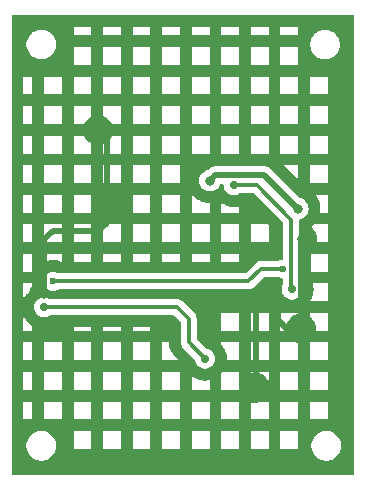
<source format=gbr>
%TF.GenerationSoftware,KiCad,Pcbnew,8.0.5-8.0.5-0~ubuntu20.04.1*%
%TF.CreationDate,2024-10-09T19:15:31-03:00*%
%TF.ProjectId,MicroSD,4d696372-6f53-4442-9e6b-696361645f70,Luis G_mez*%
%TF.SameCoordinates,Original*%
%TF.FileFunction,Copper,L2,Bot*%
%TF.FilePolarity,Positive*%
%FSLAX46Y46*%
G04 Gerber Fmt 4.6, Leading zero omitted, Abs format (unit mm)*
G04 Created by KiCad (PCBNEW 8.0.5-8.0.5-0~ubuntu20.04.1) date 2024-10-09 19:15:31*
%MOMM*%
%LPD*%
G01*
G04 APERTURE LIST*
%TA.AperFunction,ViaPad*%
%ADD10C,0.800000*%
%TD*%
%TA.AperFunction,ViaPad*%
%ADD11C,0.700000*%
%TD*%
%TA.AperFunction,ViaPad*%
%ADD12C,0.600000*%
%TD*%
%TA.AperFunction,Conductor*%
%ADD13C,0.500000*%
%TD*%
%TA.AperFunction,Conductor*%
%ADD14C,0.350000*%
%TD*%
G04 APERTURE END LIST*
D10*
%TO.N,GND*%
X121100000Y-132070000D03*
X125010000Y-127080000D03*
X121155000Y-124470000D03*
X125090000Y-119460000D03*
X108530000Y-116820000D03*
X103280000Y-124170000D03*
X107800000Y-110260000D03*
D11*
%TO.N,Net-(J1-CLK)*%
X116880000Y-129620000D03*
X103234999Y-125270000D03*
D12*
%TO.N,Net-(J1-DAT0)*%
X104030000Y-123070000D03*
X123505000Y-122020000D03*
D11*
%TO.N,Net-(R4-Pad1)*%
X119300000Y-114910000D03*
X124210000Y-123760000D03*
D10*
%TO.N,VDD*%
X117280000Y-114540000D03*
X124728008Y-116918008D03*
%TD*%
D13*
%TO.N,GND*%
X125010000Y-127080000D02*
X123790000Y-127080000D01*
X125010000Y-127080000D02*
X125030000Y-127060000D01*
X125030000Y-127060000D02*
X125030000Y-119520000D01*
X125030000Y-119520000D02*
X125090000Y-119460000D01*
X123790000Y-127080000D02*
X123080000Y-126370000D01*
X123080000Y-126370000D02*
X123080000Y-125150000D01*
X123080000Y-125150000D02*
X122400000Y-124470000D01*
X122400000Y-124470000D02*
X121155000Y-124470000D01*
%TO.N,VDD*%
X117280000Y-114540000D02*
X117740000Y-114080000D01*
X117740000Y-114080000D02*
X121890000Y-114080000D01*
X121890000Y-114080000D02*
X124728008Y-116918008D01*
D14*
%TO.N,Net-(R4-Pad1)*%
X124210000Y-123760000D02*
X124180000Y-123730000D01*
X124180000Y-117840000D02*
X121250000Y-114910000D01*
X124180000Y-123730000D02*
X124180000Y-117840000D01*
X121250000Y-114910000D02*
X119300000Y-114910000D01*
%TO.N,Net-(J1-CLK)*%
X103234999Y-125270000D02*
X114530000Y-125270000D01*
X114530000Y-125270000D02*
X115480000Y-126220000D01*
X115480000Y-126220000D02*
X115480000Y-128220000D01*
X115480000Y-128220000D02*
X116880000Y-129620000D01*
D13*
%TO.N,GND*%
X103960000Y-118790000D02*
X103280000Y-119470000D01*
X108530000Y-116820000D02*
X108530000Y-118110000D01*
X108530000Y-111070000D02*
X107800000Y-110340000D01*
X108530000Y-118110000D02*
X107850000Y-118790000D01*
X108530000Y-116820000D02*
X108530000Y-111070000D01*
X107850000Y-118790000D02*
X103960000Y-118790000D01*
X103280000Y-119470000D02*
X103280000Y-124170000D01*
X107800000Y-110340000D02*
X107800000Y-110260000D01*
D14*
%TO.N,Net-(J1-DAT0)*%
X123505000Y-122020000D02*
X121600000Y-122020000D01*
X121600000Y-122020000D02*
X120550000Y-123070000D01*
X120550000Y-123070000D02*
X104030000Y-123070000D01*
D13*
%TO.N,GND*%
X121100000Y-132070000D02*
X121155000Y-132015000D01*
X121155000Y-132015000D02*
X121155000Y-124470000D01*
X121155000Y-124470000D02*
X120855000Y-124170000D01*
X120855000Y-124170000D02*
X103280000Y-124170000D01*
%TD*%
%TA.AperFunction,Conductor*%
%TO.N,GND*%
G36*
X129442539Y-100520185D02*
G01*
X129488294Y-100572989D01*
X129499500Y-100624500D01*
X129499500Y-139375500D01*
X129479815Y-139442539D01*
X129427011Y-139488294D01*
X129375500Y-139499500D01*
X100624500Y-139499500D01*
X100557461Y-139479815D01*
X100511706Y-139427011D01*
X100500500Y-139375500D01*
X100500500Y-136901577D01*
X101749500Y-136901577D01*
X101749500Y-137098422D01*
X101780290Y-137292826D01*
X101841117Y-137480029D01*
X101930476Y-137655405D01*
X102046172Y-137814646D01*
X102185354Y-137953828D01*
X102344595Y-138069524D01*
X102427455Y-138111743D01*
X102519970Y-138158882D01*
X102519972Y-138158882D01*
X102519975Y-138158884D01*
X102620317Y-138191487D01*
X102707173Y-138219709D01*
X102901578Y-138250500D01*
X102901583Y-138250500D01*
X103098422Y-138250500D01*
X103292826Y-138219709D01*
X103480025Y-138158884D01*
X103655405Y-138069524D01*
X103814646Y-137953828D01*
X103953828Y-137814646D01*
X104069524Y-137655405D01*
X104158884Y-137480025D01*
X104219709Y-137292826D01*
X104226413Y-137250500D01*
X105748500Y-137250500D01*
X107250500Y-137250500D01*
X108248500Y-137250500D01*
X109750500Y-137250500D01*
X110748500Y-137250500D01*
X112250500Y-137250500D01*
X113248500Y-137250500D01*
X114750500Y-137250500D01*
X115748500Y-137250500D01*
X117250500Y-137250500D01*
X118248500Y-137250500D01*
X119750500Y-137250500D01*
X120748500Y-137250500D01*
X122250500Y-137250500D01*
X123248500Y-137250500D01*
X124750500Y-137250500D01*
X124750500Y-136901577D01*
X125879500Y-136901577D01*
X125879500Y-137098422D01*
X125910290Y-137292826D01*
X125971117Y-137480029D01*
X126060476Y-137655405D01*
X126176172Y-137814646D01*
X126315354Y-137953828D01*
X126474595Y-138069524D01*
X126557455Y-138111743D01*
X126649970Y-138158882D01*
X126649972Y-138158882D01*
X126649975Y-138158884D01*
X126750317Y-138191487D01*
X126837173Y-138219709D01*
X127031578Y-138250500D01*
X127031583Y-138250500D01*
X127228422Y-138250500D01*
X127422826Y-138219709D01*
X127610025Y-138158884D01*
X127785405Y-138069524D01*
X127944646Y-137953828D01*
X128083828Y-137814646D01*
X128199524Y-137655405D01*
X128288884Y-137480025D01*
X128349709Y-137292826D01*
X128356413Y-137250500D01*
X128380500Y-137098422D01*
X128380500Y-136901577D01*
X128349709Y-136707173D01*
X128288882Y-136519970D01*
X128199523Y-136344594D01*
X128083828Y-136185354D01*
X127944646Y-136046172D01*
X127785405Y-135930476D01*
X127610029Y-135841117D01*
X127422826Y-135780290D01*
X127228422Y-135749500D01*
X127228417Y-135749500D01*
X127031583Y-135749500D01*
X127031578Y-135749500D01*
X126837173Y-135780290D01*
X126649970Y-135841117D01*
X126474594Y-135930476D01*
X126383741Y-135996485D01*
X126315354Y-136046172D01*
X126315352Y-136046174D01*
X126315351Y-136046174D01*
X126176174Y-136185351D01*
X126176174Y-136185352D01*
X126176172Y-136185354D01*
X126126485Y-136253741D01*
X126060476Y-136344594D01*
X125971117Y-136519970D01*
X125910290Y-136707173D01*
X125879500Y-136901577D01*
X124750500Y-136901577D01*
X124750500Y-135748500D01*
X123248500Y-135748500D01*
X123248500Y-137250500D01*
X122250500Y-137250500D01*
X122250500Y-135748500D01*
X120748500Y-135748500D01*
X120748500Y-137250500D01*
X119750500Y-137250500D01*
X119750500Y-135748500D01*
X118248500Y-135748500D01*
X118248500Y-137250500D01*
X117250500Y-137250500D01*
X117250500Y-135748500D01*
X115748500Y-135748500D01*
X115748500Y-137250500D01*
X114750500Y-137250500D01*
X114750500Y-135748500D01*
X113248500Y-135748500D01*
X113248500Y-137250500D01*
X112250500Y-137250500D01*
X112250500Y-135748500D01*
X110748500Y-135748500D01*
X110748500Y-137250500D01*
X109750500Y-137250500D01*
X109750500Y-135748500D01*
X108248500Y-135748500D01*
X108248500Y-137250500D01*
X107250500Y-137250500D01*
X107250500Y-135748500D01*
X105748500Y-135748500D01*
X105748500Y-137250500D01*
X104226413Y-137250500D01*
X104250500Y-137098422D01*
X104250500Y-136901577D01*
X104219709Y-136707173D01*
X104158882Y-136519970D01*
X104069523Y-136344594D01*
X103953828Y-136185354D01*
X103814646Y-136046172D01*
X103655405Y-135930476D01*
X103480029Y-135841117D01*
X103292826Y-135780290D01*
X103098422Y-135749500D01*
X103098417Y-135749500D01*
X102901583Y-135749500D01*
X102901578Y-135749500D01*
X102707173Y-135780290D01*
X102519970Y-135841117D01*
X102344594Y-135930476D01*
X102253741Y-135996485D01*
X102185354Y-136046172D01*
X102185352Y-136046174D01*
X102185351Y-136046174D01*
X102046174Y-136185351D01*
X102046174Y-136185352D01*
X102046172Y-136185354D01*
X101996485Y-136253741D01*
X101930476Y-136344594D01*
X101841117Y-136519970D01*
X101780290Y-136707173D01*
X101749500Y-136901577D01*
X100500500Y-136901577D01*
X100500500Y-134750500D01*
X101498500Y-134750500D01*
X102250500Y-134750500D01*
X103248500Y-134750500D01*
X104750500Y-134750500D01*
X105748500Y-134750500D01*
X107250500Y-134750500D01*
X108248500Y-134750500D01*
X109750500Y-134750500D01*
X110748500Y-134750500D01*
X112250500Y-134750500D01*
X113248500Y-134750500D01*
X114750500Y-134750500D01*
X115748500Y-134750500D01*
X117250500Y-134750500D01*
X118248500Y-134750500D01*
X119750500Y-134750500D01*
X119750500Y-133299126D01*
X120748500Y-133299126D01*
X120748500Y-134750500D01*
X122250500Y-134750500D01*
X123248500Y-134750500D01*
X124750500Y-134750500D01*
X125748500Y-134750500D01*
X127250500Y-134750500D01*
X127250500Y-133248500D01*
X125748500Y-133248500D01*
X125748500Y-134750500D01*
X124750500Y-134750500D01*
X124750500Y-133248500D01*
X123248500Y-133248500D01*
X123248500Y-134750500D01*
X122250500Y-134750500D01*
X122250500Y-133248500D01*
X121584667Y-133248500D01*
X121460855Y-133296465D01*
X121438846Y-133302727D01*
X121229348Y-133341889D01*
X121206563Y-133344000D01*
X120993437Y-133344000D01*
X120970652Y-133341889D01*
X120761154Y-133302727D01*
X120748500Y-133299126D01*
X119750500Y-133299126D01*
X119750500Y-133248500D01*
X118248500Y-133248500D01*
X118248500Y-134750500D01*
X117250500Y-134750500D01*
X117250500Y-133248500D01*
X115748500Y-133248500D01*
X115748500Y-134750500D01*
X114750500Y-134750500D01*
X114750500Y-133248500D01*
X113248500Y-133248500D01*
X113248500Y-134750500D01*
X112250500Y-134750500D01*
X112250500Y-133248500D01*
X110748500Y-133248500D01*
X110748500Y-134750500D01*
X109750500Y-134750500D01*
X109750500Y-133248500D01*
X108248500Y-133248500D01*
X108248500Y-134750500D01*
X107250500Y-134750500D01*
X107250500Y-133248500D01*
X105748500Y-133248500D01*
X105748500Y-134750500D01*
X104750500Y-134750500D01*
X104750500Y-133248500D01*
X103248500Y-133248500D01*
X103248500Y-134750500D01*
X102250500Y-134750500D01*
X102250500Y-133248500D01*
X101498500Y-133248500D01*
X101498500Y-134750500D01*
X100500500Y-134750500D01*
X100500500Y-132250500D01*
X101498500Y-132250500D01*
X102250500Y-132250500D01*
X103248500Y-132250500D01*
X104750500Y-132250500D01*
X105748500Y-132250500D01*
X107250500Y-132250500D01*
X108248500Y-132250500D01*
X109750500Y-132250500D01*
X110748500Y-132250500D01*
X112250500Y-132250500D01*
X113248500Y-132250500D01*
X114750500Y-132250500D01*
X115748500Y-132250500D01*
X117250500Y-132250500D01*
X117250500Y-131431044D01*
X117151326Y-131452124D01*
X117144942Y-131453307D01*
X117106162Y-131459449D01*
X117099733Y-131460296D01*
X117047745Y-131465763D01*
X117041268Y-131466273D01*
X117002028Y-131468330D01*
X116995537Y-131468500D01*
X116764463Y-131468500D01*
X116757972Y-131468330D01*
X116718732Y-131466273D01*
X116712255Y-131465763D01*
X116660267Y-131460296D01*
X116653838Y-131459449D01*
X116615058Y-131453307D01*
X116608674Y-131452124D01*
X116382671Y-131404086D01*
X116376359Y-131402571D01*
X116338418Y-131392405D01*
X116332193Y-131390561D01*
X116282476Y-131374407D01*
X116276354Y-131372239D01*
X116239684Y-131358162D01*
X116233688Y-131355679D01*
X116022613Y-131261702D01*
X116016757Y-131258908D01*
X115981773Y-131241084D01*
X115976070Y-131237988D01*
X115930796Y-131211852D01*
X115925258Y-131208458D01*
X115892299Y-131187055D01*
X115886946Y-131183377D01*
X115748500Y-131082788D01*
X115748500Y-132250500D01*
X114750500Y-132250500D01*
X114750500Y-130862667D01*
X118248500Y-130862667D01*
X118248500Y-132250500D01*
X119750500Y-132250500D01*
X123248500Y-132250500D01*
X124750500Y-132250500D01*
X125748500Y-132250500D01*
X127250500Y-132250500D01*
X127250500Y-130748500D01*
X125748500Y-130748500D01*
X125748500Y-132250500D01*
X124750500Y-132250500D01*
X124750500Y-130748500D01*
X123248500Y-130748500D01*
X123248500Y-132250500D01*
X119750500Y-132250500D01*
X119750500Y-130840873D01*
X120748500Y-130840873D01*
X120761154Y-130837273D01*
X120970652Y-130798111D01*
X120993437Y-130796000D01*
X121206563Y-130796000D01*
X121229348Y-130798111D01*
X121438846Y-130837273D01*
X121460855Y-130843535D01*
X121659589Y-130920525D01*
X121680072Y-130930725D01*
X121861276Y-131042921D01*
X121879538Y-131056711D01*
X122037040Y-131200294D01*
X122052455Y-131217204D01*
X122180893Y-131387282D01*
X122192939Y-131406738D01*
X122250500Y-131522336D01*
X122250500Y-130748500D01*
X120748500Y-130748500D01*
X120748500Y-130840873D01*
X119750500Y-130840873D01*
X119750500Y-130748500D01*
X118349473Y-130748500D01*
X118335223Y-130766098D01*
X118331005Y-130771036D01*
X118248500Y-130862667D01*
X114750500Y-130862667D01*
X114750500Y-130748500D01*
X113248500Y-130748500D01*
X113248500Y-132250500D01*
X112250500Y-132250500D01*
X112250500Y-130748500D01*
X110748500Y-130748500D01*
X110748500Y-132250500D01*
X109750500Y-132250500D01*
X109750500Y-130748500D01*
X108248500Y-130748500D01*
X108248500Y-132250500D01*
X107250500Y-132250500D01*
X107250500Y-130748500D01*
X105748500Y-130748500D01*
X105748500Y-132250500D01*
X104750500Y-132250500D01*
X104750500Y-130748500D01*
X103248500Y-130748500D01*
X103248500Y-132250500D01*
X102250500Y-132250500D01*
X102250500Y-130748500D01*
X101498500Y-130748500D01*
X101498500Y-132250500D01*
X100500500Y-132250500D01*
X100500500Y-129750500D01*
X101498500Y-129750500D01*
X102250500Y-129750500D01*
X103248500Y-129750500D01*
X104750500Y-129750500D01*
X105748500Y-129750500D01*
X107250500Y-129750500D01*
X108248500Y-129750500D01*
X109750500Y-129750500D01*
X110748500Y-129750500D01*
X112250500Y-129750500D01*
X113248500Y-129750500D01*
X114643814Y-129750500D01*
X114232285Y-129338971D01*
X114228087Y-129334562D01*
X114203356Y-129307275D01*
X114199381Y-129302667D01*
X114168292Y-129264784D01*
X114164549Y-129259987D01*
X114142616Y-129230414D01*
X114139111Y-129225438D01*
X114037958Y-129074052D01*
X114034701Y-129068908D01*
X114015766Y-129037316D01*
X114012766Y-129032020D01*
X113989665Y-128988799D01*
X113986928Y-128983363D01*
X113971189Y-128950084D01*
X113968724Y-128944522D01*
X113899052Y-128776321D01*
X113896862Y-128770643D01*
X113884459Y-128735980D01*
X113882550Y-128730203D01*
X113868323Y-128683307D01*
X113866699Y-128677437D01*
X113857750Y-128641709D01*
X113856417Y-128635772D01*
X113820896Y-128457196D01*
X113819855Y-128451201D01*
X113814451Y-128414774D01*
X113813706Y-128408731D01*
X113808903Y-128359961D01*
X113808455Y-128353890D01*
X113806649Y-128317115D01*
X113806500Y-128311033D01*
X113806500Y-128248500D01*
X113248500Y-128248500D01*
X113248500Y-129750500D01*
X112250500Y-129750500D01*
X112250500Y-128248500D01*
X110748500Y-128248500D01*
X110748500Y-129750500D01*
X109750500Y-129750500D01*
X109750500Y-128248500D01*
X108248500Y-128248500D01*
X108248500Y-129750500D01*
X107250500Y-129750500D01*
X107250500Y-128248500D01*
X105748500Y-128248500D01*
X105748500Y-129750500D01*
X104750500Y-129750500D01*
X104750500Y-128248500D01*
X103248500Y-128248500D01*
X103248500Y-129750500D01*
X102250500Y-129750500D01*
X102250500Y-128248500D01*
X101498500Y-128248500D01*
X101498500Y-129750500D01*
X100500500Y-129750500D01*
X100500500Y-127250500D01*
X101498500Y-127250500D01*
X102250500Y-127250500D01*
X105748500Y-127250500D01*
X107250500Y-127250500D01*
X108248500Y-127250500D01*
X109750500Y-127250500D01*
X110748500Y-127250500D01*
X112250500Y-127250500D01*
X112250500Y-126943500D01*
X110748500Y-126943500D01*
X110748500Y-127250500D01*
X109750500Y-127250500D01*
X109750500Y-126943500D01*
X108248500Y-126943500D01*
X108248500Y-127250500D01*
X107250500Y-127250500D01*
X107250500Y-126943500D01*
X105748500Y-126943500D01*
X105748500Y-127250500D01*
X102250500Y-127250500D01*
X102250500Y-126839134D01*
X102247298Y-126837055D01*
X102241945Y-126833377D01*
X102055018Y-126697565D01*
X102049870Y-126693615D01*
X102019363Y-126668912D01*
X102014430Y-126664698D01*
X101975580Y-126629721D01*
X101970869Y-126625251D01*
X101943078Y-126597462D01*
X101938606Y-126592750D01*
X101783994Y-126421036D01*
X101779776Y-126416098D01*
X101755064Y-126385580D01*
X101751117Y-126380436D01*
X101720388Y-126338145D01*
X101716708Y-126332791D01*
X101695309Y-126299840D01*
X101691916Y-126294303D01*
X101576391Y-126094205D01*
X101573296Y-126088504D01*
X101555473Y-126053527D01*
X101552679Y-126047670D01*
X101531414Y-125999915D01*
X101528929Y-125993916D01*
X101514844Y-125957227D01*
X101512675Y-125951103D01*
X101498500Y-125907476D01*
X101498500Y-127250500D01*
X100500500Y-127250500D01*
X100500500Y-125270000D01*
X102379814Y-125270000D01*
X102398502Y-125447805D01*
X102398503Y-125447807D01*
X102453746Y-125617829D01*
X102453749Y-125617835D01*
X102543140Y-125772665D01*
X102558203Y-125789394D01*
X102662763Y-125905521D01*
X102662766Y-125905523D01*
X102662769Y-125905526D01*
X102807406Y-126010612D01*
X102970732Y-126083329D01*
X103145608Y-126120500D01*
X103145609Y-126120500D01*
X103324388Y-126120500D01*
X103324390Y-126120500D01*
X103499266Y-126083329D01*
X103662592Y-126010612D01*
X103719615Y-125969182D01*
X103785422Y-125945702D01*
X103792501Y-125945500D01*
X114198837Y-125945500D01*
X114265876Y-125965185D01*
X114286518Y-125981819D01*
X114768181Y-126463482D01*
X114801666Y-126524805D01*
X114804500Y-126551163D01*
X114804500Y-128286535D01*
X114830457Y-128417028D01*
X114830459Y-128417036D01*
X114881378Y-128539965D01*
X114881383Y-128539975D01*
X114955304Y-128650605D01*
X114955307Y-128650609D01*
X116005523Y-129700824D01*
X116039008Y-129762147D01*
X116041162Y-129775539D01*
X116043502Y-129797797D01*
X116043504Y-129797807D01*
X116098747Y-129967829D01*
X116098750Y-129967835D01*
X116188141Y-130122665D01*
X116229812Y-130168946D01*
X116307764Y-130255521D01*
X116307767Y-130255523D01*
X116307770Y-130255526D01*
X116452407Y-130360612D01*
X116615733Y-130433329D01*
X116790609Y-130470500D01*
X116790610Y-130470500D01*
X116969389Y-130470500D01*
X116969391Y-130470500D01*
X117144267Y-130433329D01*
X117307593Y-130360612D01*
X117452230Y-130255526D01*
X117571859Y-130122665D01*
X117661250Y-129967835D01*
X117716497Y-129797803D01*
X117735185Y-129620000D01*
X117716497Y-129442197D01*
X117672658Y-129307275D01*
X117661252Y-129272170D01*
X117661249Y-129272164D01*
X117658072Y-129266661D01*
X117571859Y-129117335D01*
X117525003Y-129065296D01*
X117452235Y-128984478D01*
X117452232Y-128984476D01*
X117452231Y-128984475D01*
X117452230Y-128984474D01*
X117307593Y-128879388D01*
X117144267Y-128806671D01*
X117144265Y-128806670D01*
X117024886Y-128781295D01*
X116963405Y-128748102D01*
X116962987Y-128747686D01*
X116592633Y-128377332D01*
X118248500Y-128377332D01*
X118331005Y-128468964D01*
X118335223Y-128473902D01*
X118359935Y-128504420D01*
X118363882Y-128509564D01*
X118394611Y-128551855D01*
X118398291Y-128557209D01*
X118419690Y-128590160D01*
X118423083Y-128595697D01*
X118538608Y-128795795D01*
X118541703Y-128801496D01*
X118559526Y-128836473D01*
X118562320Y-128842330D01*
X118583585Y-128890085D01*
X118586070Y-128896084D01*
X118600155Y-128932773D01*
X118602324Y-128938897D01*
X118673729Y-129158660D01*
X118675573Y-129164884D01*
X118685741Y-129202831D01*
X118687257Y-129209145D01*
X118698125Y-129260278D01*
X118699307Y-129266661D01*
X118705450Y-129305448D01*
X118706298Y-129311883D01*
X118730450Y-129541673D01*
X118730959Y-129548145D01*
X118733015Y-129587371D01*
X118733185Y-129593861D01*
X118733185Y-129646139D01*
X118733015Y-129652629D01*
X118730959Y-129691855D01*
X118730450Y-129698327D01*
X118724966Y-129750500D01*
X119750500Y-129750500D01*
X120748500Y-129750500D01*
X122250500Y-129750500D01*
X123248500Y-129750500D01*
X124750500Y-129750500D01*
X125748500Y-129750500D01*
X127250500Y-129750500D01*
X127250500Y-128248500D01*
X125748500Y-128248500D01*
X125748500Y-129750500D01*
X124750500Y-129750500D01*
X124750500Y-128327558D01*
X124671155Y-128312727D01*
X124649145Y-128306465D01*
X124499520Y-128248500D01*
X123248500Y-128248500D01*
X123248500Y-129750500D01*
X122250500Y-129750500D01*
X122250500Y-128248500D01*
X120748500Y-128248500D01*
X120748500Y-129750500D01*
X119750500Y-129750500D01*
X119750500Y-128248500D01*
X118248500Y-128248500D01*
X118248500Y-128377332D01*
X116592633Y-128377332D01*
X116191819Y-127976518D01*
X116158334Y-127915195D01*
X116155500Y-127888837D01*
X116155500Y-127250500D01*
X118248500Y-127250500D01*
X119750500Y-127250500D01*
X120748500Y-127250500D01*
X122250500Y-127250500D01*
X123248500Y-127250500D01*
X123746341Y-127250500D01*
X123731602Y-127091441D01*
X123731602Y-127068559D01*
X123751267Y-126856342D01*
X123755472Y-126833849D01*
X123813797Y-126628858D01*
X123822063Y-126607521D01*
X123917061Y-126416738D01*
X123929107Y-126397282D01*
X124057545Y-126227204D01*
X124072960Y-126210294D01*
X124230462Y-126066711D01*
X124248724Y-126052921D01*
X124271501Y-126038818D01*
X125748500Y-126038818D01*
X125771277Y-126052921D01*
X125789538Y-126066711D01*
X125947040Y-126210294D01*
X125962455Y-126227204D01*
X126090893Y-126397282D01*
X126102939Y-126416738D01*
X126197937Y-126607521D01*
X126206203Y-126628858D01*
X126264528Y-126833849D01*
X126268733Y-126856342D01*
X126288398Y-127068559D01*
X126288398Y-127091441D01*
X126273659Y-127250500D01*
X127250500Y-127250500D01*
X127250500Y-125748500D01*
X125748500Y-125748500D01*
X125748500Y-126038818D01*
X124271501Y-126038818D01*
X124429928Y-125940725D01*
X124450411Y-125930525D01*
X124649145Y-125853535D01*
X124671154Y-125847273D01*
X124750500Y-125832440D01*
X124750500Y-125748500D01*
X123248500Y-125748500D01*
X123248500Y-127250500D01*
X122250500Y-127250500D01*
X122250500Y-125748500D01*
X120748500Y-125748500D01*
X120748500Y-127250500D01*
X119750500Y-127250500D01*
X119750500Y-125748500D01*
X118248500Y-125748500D01*
X118248500Y-127250500D01*
X116155500Y-127250500D01*
X116155500Y-126153467D01*
X116141548Y-126083331D01*
X116141548Y-126083326D01*
X116129542Y-126022970D01*
X116129541Y-126022964D01*
X116078620Y-125900031D01*
X116078618Y-125900028D01*
X116078616Y-125900024D01*
X116004695Y-125789394D01*
X116004692Y-125789390D01*
X114965802Y-124750500D01*
X125772599Y-124750500D01*
X127250500Y-124750500D01*
X127250500Y-123248500D01*
X125987431Y-123248500D01*
X126003729Y-123298660D01*
X126005573Y-123304884D01*
X126015741Y-123342831D01*
X126017257Y-123349145D01*
X126028125Y-123400278D01*
X126029307Y-123406661D01*
X126035450Y-123445448D01*
X126036298Y-123451883D01*
X126060450Y-123681673D01*
X126060959Y-123688145D01*
X126063015Y-123727371D01*
X126063185Y-123733861D01*
X126063185Y-123786139D01*
X126063015Y-123792629D01*
X126060959Y-123831855D01*
X126060450Y-123838327D01*
X126036298Y-124068117D01*
X126035450Y-124074552D01*
X126029307Y-124113339D01*
X126028125Y-124119722D01*
X126017257Y-124170855D01*
X126015741Y-124177169D01*
X126005573Y-124215116D01*
X126003729Y-124221340D01*
X125932324Y-124441103D01*
X125930155Y-124447227D01*
X125916070Y-124483916D01*
X125913585Y-124489915D01*
X125892320Y-124537670D01*
X125889526Y-124543527D01*
X125871703Y-124578504D01*
X125868608Y-124584205D01*
X125772599Y-124750500D01*
X114965802Y-124750500D01*
X114960609Y-124745307D01*
X114960605Y-124745304D01*
X114849975Y-124671383D01*
X114849965Y-124671378D01*
X114727036Y-124620459D01*
X114727028Y-124620457D01*
X114596535Y-124594500D01*
X114596531Y-124594500D01*
X103792501Y-124594500D01*
X103725462Y-124574815D01*
X103719615Y-124570818D01*
X103662593Y-124529389D01*
X103662592Y-124529388D01*
X103499266Y-124456671D01*
X103499264Y-124456670D01*
X103371593Y-124429533D01*
X103324390Y-124419500D01*
X103145608Y-124419500D01*
X103114953Y-124426015D01*
X102970732Y-124456670D01*
X102970727Y-124456672D01*
X102807407Y-124529387D01*
X102662767Y-124634475D01*
X102543139Y-124767336D01*
X102453749Y-124922164D01*
X102453746Y-124922170D01*
X102398503Y-125092192D01*
X102398502Y-125092194D01*
X102379814Y-125270000D01*
X100500500Y-125270000D01*
X100500500Y-124632523D01*
X101498500Y-124632523D01*
X101512675Y-124588897D01*
X101514844Y-124582773D01*
X101528929Y-124546084D01*
X101531414Y-124540085D01*
X101552679Y-124492330D01*
X101555473Y-124486473D01*
X101573296Y-124451496D01*
X101576391Y-124445795D01*
X101691916Y-124245697D01*
X101695309Y-124240160D01*
X101716708Y-124207209D01*
X101720387Y-124201856D01*
X101751116Y-124159564D01*
X101755067Y-124154415D01*
X101779781Y-124123897D01*
X101783996Y-124118963D01*
X101938602Y-123947256D01*
X101943071Y-123942547D01*
X101970847Y-123914771D01*
X101975556Y-123910302D01*
X102014403Y-123875324D01*
X102019339Y-123871108D01*
X102046805Y-123848865D01*
X102083797Y-123718857D01*
X102092063Y-123697521D01*
X102187061Y-123506738D01*
X102199107Y-123487282D01*
X102250500Y-123419227D01*
X102250500Y-123339630D01*
X102240232Y-123248500D01*
X101498500Y-123248500D01*
X101498500Y-124632523D01*
X100500500Y-124632523D01*
X100500500Y-123069996D01*
X103224435Y-123069996D01*
X103224435Y-123070003D01*
X103244630Y-123249249D01*
X103244631Y-123249254D01*
X103304211Y-123419523D01*
X103400184Y-123572262D01*
X103527738Y-123699816D01*
X103680478Y-123795789D01*
X103850745Y-123855368D01*
X103850750Y-123855369D01*
X104029996Y-123875565D01*
X104030000Y-123875565D01*
X104030004Y-123875565D01*
X104209249Y-123855369D01*
X104209252Y-123855368D01*
X104209255Y-123855368D01*
X104379522Y-123795789D01*
X104429307Y-123764507D01*
X104495280Y-123745500D01*
X120616532Y-123745500D01*
X120616533Y-123745499D01*
X120747036Y-123719541D01*
X120869969Y-123668620D01*
X120980606Y-123594695D01*
X121843482Y-122731819D01*
X121904805Y-122698334D01*
X121931163Y-122695500D01*
X123039720Y-122695500D01*
X123105693Y-122714507D01*
X123155475Y-122745788D01*
X123155478Y-122745789D01*
X123325745Y-122805368D01*
X123394384Y-122813101D01*
X123458796Y-122840166D01*
X123498352Y-122897760D01*
X123504500Y-122936321D01*
X123504500Y-123247735D01*
X123487887Y-123309735D01*
X123428750Y-123412163D01*
X123373504Y-123582192D01*
X123373503Y-123582194D01*
X123354815Y-123760000D01*
X123373503Y-123937805D01*
X123373504Y-123937807D01*
X123428747Y-124107829D01*
X123428750Y-124107835D01*
X123518141Y-124262665D01*
X123559812Y-124308946D01*
X123637764Y-124395521D01*
X123637767Y-124395523D01*
X123637770Y-124395526D01*
X123782407Y-124500612D01*
X123945733Y-124573329D01*
X124120609Y-124610500D01*
X124120610Y-124610500D01*
X124299389Y-124610500D01*
X124299391Y-124610500D01*
X124474267Y-124573329D01*
X124637593Y-124500612D01*
X124782230Y-124395526D01*
X124901859Y-124262665D01*
X124991250Y-124107835D01*
X125046497Y-123937803D01*
X125065185Y-123760000D01*
X125046497Y-123582197D01*
X125004155Y-123451883D01*
X124991252Y-123412170D01*
X124991249Y-123412164D01*
X124991248Y-123412163D01*
X124901859Y-123257335D01*
X124887350Y-123241221D01*
X124857120Y-123178229D01*
X124855500Y-123158249D01*
X124855500Y-122250500D01*
X125853500Y-122250500D01*
X127250500Y-122250500D01*
X127250500Y-120748500D01*
X125853500Y-120748500D01*
X125853500Y-122250500D01*
X124855500Y-122250500D01*
X124855500Y-118440901D01*
X125861845Y-118440901D01*
X125869538Y-118446711D01*
X126027040Y-118590294D01*
X126042455Y-118607204D01*
X126170893Y-118777282D01*
X126182939Y-118796738D01*
X126277937Y-118987521D01*
X126286203Y-119008858D01*
X126344528Y-119213849D01*
X126348733Y-119236342D01*
X126368398Y-119448559D01*
X126368398Y-119471441D01*
X126348733Y-119683658D01*
X126344528Y-119706151D01*
X126331910Y-119750500D01*
X127250500Y-119750500D01*
X127250500Y-118248500D01*
X126084710Y-118248500D01*
X126058046Y-118278114D01*
X126053577Y-118282823D01*
X126025801Y-118310599D01*
X126021091Y-118315069D01*
X125982243Y-118350047D01*
X125977310Y-118354261D01*
X125946787Y-118378979D01*
X125941634Y-118382933D01*
X125861845Y-118440901D01*
X124855500Y-118440901D01*
X124855500Y-117911939D01*
X124875185Y-117844900D01*
X124927989Y-117799145D01*
X124953710Y-117790651D01*
X125007811Y-117779152D01*
X125180738Y-117702159D01*
X125333879Y-117590896D01*
X125460541Y-117450224D01*
X125555187Y-117286292D01*
X125613682Y-117106264D01*
X125633468Y-116918008D01*
X125613682Y-116729752D01*
X125555187Y-116549724D01*
X125460541Y-116385792D01*
X125333879Y-116245120D01*
X125302671Y-116222446D01*
X125180742Y-116133859D01*
X125180737Y-116133856D01*
X125007815Y-116056865D01*
X125007810Y-116056863D01*
X124942677Y-116043019D01*
X124881195Y-116009826D01*
X124880777Y-116009410D01*
X124619867Y-115748500D01*
X126228877Y-115748500D01*
X126248614Y-115772872D01*
X126252565Y-115778021D01*
X126283294Y-115820313D01*
X126286973Y-115825666D01*
X126308372Y-115858617D01*
X126311765Y-115864154D01*
X126432545Y-116073354D01*
X126435640Y-116079055D01*
X126453463Y-116114032D01*
X126456257Y-116119889D01*
X126477522Y-116167644D01*
X126480007Y-116173643D01*
X126494092Y-116210332D01*
X126496261Y-116216456D01*
X126570915Y-116446217D01*
X126572759Y-116452443D01*
X126582928Y-116490396D01*
X126584444Y-116496712D01*
X126595311Y-116547847D01*
X126596494Y-116554227D01*
X126602636Y-116593010D01*
X126603483Y-116599445D01*
X126628733Y-116839685D01*
X126629242Y-116846155D01*
X126631298Y-116885380D01*
X126631468Y-116891871D01*
X126631468Y-116944145D01*
X126631298Y-116950636D01*
X126629242Y-116989861D01*
X126628733Y-116996331D01*
X126603483Y-117236571D01*
X126602636Y-117243006D01*
X126601449Y-117250500D01*
X127250500Y-117250500D01*
X127250500Y-115748500D01*
X126228877Y-115748500D01*
X124619867Y-115748500D01*
X123621868Y-114750500D01*
X125748500Y-114750500D01*
X127250500Y-114750500D01*
X127250500Y-113248500D01*
X125748500Y-113248500D01*
X125748500Y-114750500D01*
X123621868Y-114750500D01*
X122368421Y-113497052D01*
X122368414Y-113497046D01*
X122294729Y-113447812D01*
X122294729Y-113447813D01*
X122245491Y-113414913D01*
X122108917Y-113358343D01*
X122108907Y-113358340D01*
X121963920Y-113329500D01*
X121963918Y-113329500D01*
X117813917Y-113329500D01*
X117666082Y-113329500D01*
X117666080Y-113329500D01*
X117521092Y-113358340D01*
X117521082Y-113358343D01*
X117384511Y-113414912D01*
X117384498Y-113414919D01*
X117261587Y-113497046D01*
X117261582Y-113497050D01*
X117127227Y-113631403D01*
X117065904Y-113664887D01*
X117065329Y-113665011D01*
X117000196Y-113678856D01*
X117000192Y-113678857D01*
X116827270Y-113755848D01*
X116827265Y-113755851D01*
X116674129Y-113867111D01*
X116547466Y-114007785D01*
X116452821Y-114171715D01*
X116452818Y-114171722D01*
X116394327Y-114351740D01*
X116394326Y-114351744D01*
X116374540Y-114540000D01*
X116394326Y-114728256D01*
X116394327Y-114728259D01*
X116452818Y-114908277D01*
X116452821Y-114908284D01*
X116547467Y-115072216D01*
X116674129Y-115212888D01*
X116827265Y-115324148D01*
X116827270Y-115324151D01*
X117000192Y-115401142D01*
X117000197Y-115401144D01*
X117185354Y-115440500D01*
X117185355Y-115440500D01*
X117374644Y-115440500D01*
X117374646Y-115440500D01*
X117559803Y-115401144D01*
X117732730Y-115324151D01*
X117885871Y-115212888D01*
X118012533Y-115072216D01*
X118107179Y-114908284D01*
X118107182Y-114908273D01*
X118109058Y-114904062D01*
X118154310Y-114850826D01*
X118221159Y-114830506D01*
X118222337Y-114830500D01*
X118324809Y-114830500D01*
X118391848Y-114850185D01*
X118437603Y-114902989D01*
X118448130Y-114941538D01*
X118463503Y-115087805D01*
X118463504Y-115087807D01*
X118518747Y-115257829D01*
X118518750Y-115257835D01*
X118608141Y-115412665D01*
X118633204Y-115440500D01*
X118727764Y-115545521D01*
X118727767Y-115545523D01*
X118727770Y-115545526D01*
X118872407Y-115650612D01*
X119035733Y-115723329D01*
X119210609Y-115760500D01*
X119210610Y-115760500D01*
X119389389Y-115760500D01*
X119389391Y-115760500D01*
X119564267Y-115723329D01*
X119727593Y-115650612D01*
X119784616Y-115609182D01*
X119850423Y-115585702D01*
X119857502Y-115585500D01*
X120918837Y-115585500D01*
X120985876Y-115605185D01*
X121006518Y-115621819D01*
X123468181Y-118083482D01*
X123501666Y-118144805D01*
X123504500Y-118171163D01*
X123504500Y-121103677D01*
X123484815Y-121170716D01*
X123432011Y-121216471D01*
X123394384Y-121226897D01*
X123325750Y-121234630D01*
X123155476Y-121294211D01*
X123105693Y-121325493D01*
X123039720Y-121344500D01*
X121533467Y-121344500D01*
X121402969Y-121370458D01*
X121402959Y-121370461D01*
X121280030Y-121421380D01*
X121280027Y-121421381D01*
X121191228Y-121480715D01*
X121191227Y-121480717D01*
X121169678Y-121495114D01*
X121169391Y-121495307D01*
X120306518Y-122358181D01*
X120245195Y-122391666D01*
X120218837Y-122394500D01*
X104495280Y-122394500D01*
X104429307Y-122375493D01*
X104379524Y-122344211D01*
X104209254Y-122284631D01*
X104209249Y-122284630D01*
X104030004Y-122264435D01*
X104029996Y-122264435D01*
X103850750Y-122284630D01*
X103850745Y-122284631D01*
X103680476Y-122344211D01*
X103527737Y-122440184D01*
X103400184Y-122567737D01*
X103304211Y-122720476D01*
X103244631Y-122890745D01*
X103244630Y-122890750D01*
X103224435Y-123069996D01*
X100500500Y-123069996D01*
X100500500Y-122250500D01*
X101498500Y-122250500D01*
X102250500Y-122250500D01*
X102250500Y-121444543D01*
X103248500Y-121444543D01*
X103272688Y-121432895D01*
X103279035Y-121430055D01*
X103317921Y-121413947D01*
X103324422Y-121411465D01*
X103547566Y-121333384D01*
X103554193Y-121331272D01*
X103594642Y-121319619D01*
X103601379Y-121317881D01*
X103655989Y-121305418D01*
X103662809Y-121304062D01*
X103704293Y-121297014D01*
X103711180Y-121296042D01*
X103946092Y-121269575D01*
X103953021Y-121268990D01*
X103995039Y-121266630D01*
X104001993Y-121266435D01*
X104058007Y-121266435D01*
X104064961Y-121266630D01*
X104106979Y-121268990D01*
X104113908Y-121269575D01*
X104348820Y-121296042D01*
X104355707Y-121297014D01*
X104397191Y-121304062D01*
X104404011Y-121305418D01*
X104458621Y-121317881D01*
X104465358Y-121319619D01*
X104505807Y-121331272D01*
X104512434Y-121333384D01*
X104692810Y-121396500D01*
X104750500Y-121396500D01*
X105748500Y-121396500D01*
X107250500Y-121396500D01*
X108248500Y-121396500D01*
X109750500Y-121396500D01*
X110748500Y-121396500D01*
X112250500Y-121396500D01*
X113248500Y-121396500D01*
X114750500Y-121396500D01*
X115748500Y-121396500D01*
X117250500Y-121396500D01*
X118248500Y-121396500D01*
X119750500Y-121396500D01*
X119750500Y-120748500D01*
X118248500Y-120748500D01*
X118248500Y-121396500D01*
X117250500Y-121396500D01*
X117250500Y-120748500D01*
X115748500Y-120748500D01*
X115748500Y-121396500D01*
X114750500Y-121396500D01*
X114750500Y-120748500D01*
X113248500Y-120748500D01*
X113248500Y-121396500D01*
X112250500Y-121396500D01*
X112250500Y-120748500D01*
X110748500Y-120748500D01*
X110748500Y-121396500D01*
X109750500Y-121396500D01*
X109750500Y-120748500D01*
X108248500Y-120748500D01*
X108248500Y-121396500D01*
X107250500Y-121396500D01*
X107250500Y-120748500D01*
X105748500Y-120748500D01*
X105748500Y-121396500D01*
X104750500Y-121396500D01*
X104750500Y-120748500D01*
X103248500Y-120748500D01*
X103248500Y-121444543D01*
X102250500Y-121444543D01*
X102250500Y-120748500D01*
X101498500Y-120748500D01*
X101498500Y-122250500D01*
X100500500Y-122250500D01*
X100500500Y-119750500D01*
X101498500Y-119750500D01*
X102250500Y-119750500D01*
X103248500Y-119750500D01*
X104750500Y-119750500D01*
X105748500Y-119750500D01*
X107250500Y-119750500D01*
X108248500Y-119750500D01*
X109750500Y-119750500D01*
X110748500Y-119750500D01*
X112250500Y-119750500D01*
X113248500Y-119750500D01*
X114750500Y-119750500D01*
X115748500Y-119750500D01*
X117250500Y-119750500D01*
X118248500Y-119750500D01*
X119750500Y-119750500D01*
X120748500Y-119750500D01*
X122250500Y-119750500D01*
X122250500Y-118277185D01*
X122221815Y-118248500D01*
X120748500Y-118248500D01*
X120748500Y-119750500D01*
X119750500Y-119750500D01*
X119750500Y-118248500D01*
X118248500Y-118248500D01*
X118248500Y-119750500D01*
X117250500Y-119750500D01*
X117250500Y-118248500D01*
X115748500Y-118248500D01*
X115748500Y-119750500D01*
X114750500Y-119750500D01*
X114750500Y-118248500D01*
X113248500Y-118248500D01*
X113248500Y-119750500D01*
X112250500Y-119750500D01*
X112250500Y-118248500D01*
X110748500Y-118248500D01*
X110748500Y-119750500D01*
X109750500Y-119750500D01*
X109750500Y-118248500D01*
X108248500Y-118248500D01*
X108248500Y-119750500D01*
X107250500Y-119750500D01*
X107250500Y-118248500D01*
X105748500Y-118248500D01*
X105748500Y-119750500D01*
X104750500Y-119750500D01*
X104750500Y-118248500D01*
X103248500Y-118248500D01*
X103248500Y-119750500D01*
X102250500Y-119750500D01*
X102250500Y-118248500D01*
X101498500Y-118248500D01*
X101498500Y-119750500D01*
X100500500Y-119750500D01*
X100500500Y-117250500D01*
X101498500Y-117250500D01*
X102250500Y-117250500D01*
X103248500Y-117250500D01*
X104750500Y-117250500D01*
X105748500Y-117250500D01*
X107250500Y-117250500D01*
X110748500Y-117250500D01*
X112250500Y-117250500D01*
X113248500Y-117250500D01*
X114750500Y-117250500D01*
X115748500Y-117250500D01*
X117250500Y-117250500D01*
X118248500Y-117250500D01*
X119750500Y-117250500D01*
X119750500Y-116704039D01*
X119571326Y-116742124D01*
X119564942Y-116743307D01*
X119526162Y-116749449D01*
X119519733Y-116750296D01*
X119467745Y-116755763D01*
X119461268Y-116756273D01*
X119422028Y-116758330D01*
X119415537Y-116758500D01*
X119184463Y-116758500D01*
X119177972Y-116758330D01*
X119138732Y-116756273D01*
X119132255Y-116755763D01*
X119080267Y-116750296D01*
X119073838Y-116749449D01*
X119035058Y-116743307D01*
X119028674Y-116742124D01*
X118802671Y-116694086D01*
X118796359Y-116692571D01*
X118758418Y-116682405D01*
X118752193Y-116680561D01*
X118702476Y-116664407D01*
X118696354Y-116662239D01*
X118659684Y-116648162D01*
X118653688Y-116645679D01*
X118442613Y-116551702D01*
X118436757Y-116548908D01*
X118401773Y-116531084D01*
X118396070Y-116527988D01*
X118350796Y-116501852D01*
X118345258Y-116498458D01*
X118312299Y-116477055D01*
X118306946Y-116473377D01*
X118248500Y-116430912D01*
X118248500Y-117250500D01*
X117250500Y-117250500D01*
X117250500Y-116438500D01*
X117159208Y-116438500D01*
X117152717Y-116438330D01*
X117113477Y-116436273D01*
X117107000Y-116435763D01*
X117055012Y-116430296D01*
X117048582Y-116429449D01*
X117009803Y-116423307D01*
X117003420Y-116422124D01*
X116767140Y-116371902D01*
X116760828Y-116370387D01*
X116722895Y-116360223D01*
X116716674Y-116358380D01*
X116666954Y-116342227D01*
X116660829Y-116340058D01*
X116624148Y-116325977D01*
X116618151Y-116323493D01*
X116397472Y-116225238D01*
X116391617Y-116222446D01*
X116356636Y-116204624D01*
X116350930Y-116201526D01*
X116305658Y-116175390D01*
X116300123Y-116171998D01*
X116267166Y-116150597D01*
X116261813Y-116146918D01*
X116066374Y-116004924D01*
X116061221Y-116000971D01*
X116030698Y-115976253D01*
X116025765Y-115972039D01*
X115986917Y-115937061D01*
X115982207Y-115932591D01*
X115954431Y-115904815D01*
X115949962Y-115900106D01*
X115813455Y-115748500D01*
X115748500Y-115748500D01*
X115748500Y-117250500D01*
X114750500Y-117250500D01*
X114750500Y-115748500D01*
X113248500Y-115748500D01*
X113248500Y-117250500D01*
X112250500Y-117250500D01*
X112250500Y-115748500D01*
X110748500Y-115748500D01*
X110748500Y-117250500D01*
X107250500Y-117250500D01*
X107250500Y-115748500D01*
X105748500Y-115748500D01*
X105748500Y-117250500D01*
X104750500Y-117250500D01*
X104750500Y-115748500D01*
X103248500Y-115748500D01*
X103248500Y-117250500D01*
X102250500Y-117250500D01*
X102250500Y-115748500D01*
X101498500Y-115748500D01*
X101498500Y-117250500D01*
X100500500Y-117250500D01*
X100500500Y-114750500D01*
X101498500Y-114750500D01*
X102250500Y-114750500D01*
X103248500Y-114750500D01*
X104750500Y-114750500D01*
X105748500Y-114750500D01*
X107250500Y-114750500D01*
X108248500Y-114750500D01*
X109750500Y-114750500D01*
X110748500Y-114750500D01*
X112250500Y-114750500D01*
X113248500Y-114750500D01*
X114750500Y-114750500D01*
X114750500Y-113248500D01*
X123531253Y-113248500D01*
X124750500Y-114467747D01*
X124750500Y-113248500D01*
X123531253Y-113248500D01*
X114750500Y-113248500D01*
X113248500Y-113248500D01*
X113248500Y-114750500D01*
X112250500Y-114750500D01*
X112250500Y-113248500D01*
X110748500Y-113248500D01*
X110748500Y-114750500D01*
X109750500Y-114750500D01*
X109750500Y-113248500D01*
X108248500Y-113248500D01*
X108248500Y-114750500D01*
X107250500Y-114750500D01*
X107250500Y-113248500D01*
X105748500Y-113248500D01*
X105748500Y-114750500D01*
X104750500Y-114750500D01*
X104750500Y-113248500D01*
X103248500Y-113248500D01*
X103248500Y-114750500D01*
X102250500Y-114750500D01*
X102250500Y-113248500D01*
X101498500Y-113248500D01*
X101498500Y-114750500D01*
X100500500Y-114750500D01*
X100500500Y-112250500D01*
X101498500Y-112250500D01*
X102250500Y-112250500D01*
X103248500Y-112250500D01*
X104750500Y-112250500D01*
X105748500Y-112250500D01*
X107250500Y-112250500D01*
X107250500Y-111452510D01*
X108248500Y-111452510D01*
X108248500Y-112250500D01*
X109750500Y-112250500D01*
X110748500Y-112250500D01*
X112250500Y-112250500D01*
X113248500Y-112250500D01*
X114750500Y-112250500D01*
X115748500Y-112250500D01*
X117250500Y-112250500D01*
X118248500Y-112250500D01*
X119750500Y-112250500D01*
X120748500Y-112250500D01*
X122250500Y-112250500D01*
X123248500Y-112250500D01*
X124750500Y-112250500D01*
X125748500Y-112250500D01*
X127250500Y-112250500D01*
X127250500Y-110748500D01*
X125748500Y-110748500D01*
X125748500Y-112250500D01*
X124750500Y-112250500D01*
X124750500Y-110748500D01*
X123248500Y-110748500D01*
X123248500Y-112250500D01*
X122250500Y-112250500D01*
X122250500Y-110748500D01*
X120748500Y-110748500D01*
X120748500Y-112250500D01*
X119750500Y-112250500D01*
X119750500Y-110748500D01*
X118248500Y-110748500D01*
X118248500Y-112250500D01*
X117250500Y-112250500D01*
X117250500Y-110748500D01*
X115748500Y-110748500D01*
X115748500Y-112250500D01*
X114750500Y-112250500D01*
X114750500Y-110748500D01*
X113248500Y-110748500D01*
X113248500Y-112250500D01*
X112250500Y-112250500D01*
X112250500Y-110748500D01*
X110748500Y-110748500D01*
X110748500Y-112250500D01*
X109750500Y-112250500D01*
X109750500Y-110748500D01*
X108979960Y-110748500D01*
X108892939Y-110923262D01*
X108880893Y-110942718D01*
X108752455Y-111112796D01*
X108737040Y-111129706D01*
X108579538Y-111273289D01*
X108561276Y-111287079D01*
X108380072Y-111399275D01*
X108359589Y-111409475D01*
X108248500Y-111452510D01*
X107250500Y-111452510D01*
X107250500Y-111413383D01*
X107240411Y-111409475D01*
X107219928Y-111399275D01*
X107038724Y-111287079D01*
X107020462Y-111273289D01*
X106862960Y-111129706D01*
X106847545Y-111112796D01*
X106719107Y-110942718D01*
X106707061Y-110923262D01*
X106620040Y-110748500D01*
X105748500Y-110748500D01*
X105748500Y-112250500D01*
X104750500Y-112250500D01*
X104750500Y-110748500D01*
X103248500Y-110748500D01*
X103248500Y-112250500D01*
X102250500Y-112250500D01*
X102250500Y-110748500D01*
X101498500Y-110748500D01*
X101498500Y-112250500D01*
X100500500Y-112250500D01*
X100500500Y-109750500D01*
X101498500Y-109750500D01*
X102250500Y-109750500D01*
X103248500Y-109750500D01*
X104750500Y-109750500D01*
X105748500Y-109750500D01*
X106630497Y-109750500D01*
X106707061Y-109596738D01*
X106719107Y-109577282D01*
X106847545Y-109407204D01*
X106862960Y-109390294D01*
X107020462Y-109246711D01*
X107038724Y-109232921D01*
X107219928Y-109120725D01*
X107240410Y-109110526D01*
X107250500Y-109106617D01*
X107250500Y-109067489D01*
X108248500Y-109067489D01*
X108359589Y-109110526D01*
X108380072Y-109120725D01*
X108561276Y-109232921D01*
X108579538Y-109246711D01*
X108737040Y-109390294D01*
X108752455Y-109407204D01*
X108880893Y-109577282D01*
X108892939Y-109596738D01*
X108969503Y-109750500D01*
X109750500Y-109750500D01*
X110748500Y-109750500D01*
X112250500Y-109750500D01*
X113248500Y-109750500D01*
X114750500Y-109750500D01*
X115748500Y-109750500D01*
X117250500Y-109750500D01*
X118248500Y-109750500D01*
X119750500Y-109750500D01*
X120748500Y-109750500D01*
X122250500Y-109750500D01*
X123248500Y-109750500D01*
X124750500Y-109750500D01*
X125748500Y-109750500D01*
X127250500Y-109750500D01*
X127250500Y-108248500D01*
X125748500Y-108248500D01*
X125748500Y-109750500D01*
X124750500Y-109750500D01*
X124750500Y-108248500D01*
X123248500Y-108248500D01*
X123248500Y-109750500D01*
X122250500Y-109750500D01*
X122250500Y-108248500D01*
X120748500Y-108248500D01*
X120748500Y-109750500D01*
X119750500Y-109750500D01*
X119750500Y-108248500D01*
X118248500Y-108248500D01*
X118248500Y-109750500D01*
X117250500Y-109750500D01*
X117250500Y-108248500D01*
X115748500Y-108248500D01*
X115748500Y-109750500D01*
X114750500Y-109750500D01*
X114750500Y-108248500D01*
X113248500Y-108248500D01*
X113248500Y-109750500D01*
X112250500Y-109750500D01*
X112250500Y-108248500D01*
X110748500Y-108248500D01*
X110748500Y-109750500D01*
X109750500Y-109750500D01*
X109750500Y-108248500D01*
X108248500Y-108248500D01*
X108248500Y-109067489D01*
X107250500Y-109067489D01*
X107250500Y-108248500D01*
X105748500Y-108248500D01*
X105748500Y-109750500D01*
X104750500Y-109750500D01*
X104750500Y-108248500D01*
X103248500Y-108248500D01*
X103248500Y-109750500D01*
X102250500Y-109750500D01*
X102250500Y-108248500D01*
X101498500Y-108248500D01*
X101498500Y-109750500D01*
X100500500Y-109750500D01*
X100500500Y-107250500D01*
X101498500Y-107250500D01*
X102250500Y-107250500D01*
X103248500Y-107250500D01*
X104750500Y-107250500D01*
X105748500Y-107250500D01*
X107250500Y-107250500D01*
X108248500Y-107250500D01*
X109750500Y-107250500D01*
X110748500Y-107250500D01*
X112250500Y-107250500D01*
X113248500Y-107250500D01*
X114750500Y-107250500D01*
X115748500Y-107250500D01*
X117250500Y-107250500D01*
X118248500Y-107250500D01*
X119750500Y-107250500D01*
X120748500Y-107250500D01*
X122250500Y-107250500D01*
X123248500Y-107250500D01*
X124750500Y-107250500D01*
X125748500Y-107250500D01*
X127250500Y-107250500D01*
X127250500Y-105748500D01*
X125748500Y-105748500D01*
X125748500Y-107250500D01*
X124750500Y-107250500D01*
X124750500Y-105748500D01*
X123248500Y-105748500D01*
X123248500Y-107250500D01*
X122250500Y-107250500D01*
X122250500Y-105748500D01*
X120748500Y-105748500D01*
X120748500Y-107250500D01*
X119750500Y-107250500D01*
X119750500Y-105748500D01*
X118248500Y-105748500D01*
X118248500Y-107250500D01*
X117250500Y-107250500D01*
X117250500Y-105748500D01*
X115748500Y-105748500D01*
X115748500Y-107250500D01*
X114750500Y-107250500D01*
X114750500Y-105748500D01*
X113248500Y-105748500D01*
X113248500Y-107250500D01*
X112250500Y-107250500D01*
X112250500Y-105748500D01*
X110748500Y-105748500D01*
X110748500Y-107250500D01*
X109750500Y-107250500D01*
X109750500Y-105748500D01*
X108248500Y-105748500D01*
X108248500Y-107250500D01*
X107250500Y-107250500D01*
X107250500Y-105748500D01*
X105748500Y-105748500D01*
X105748500Y-107250500D01*
X104750500Y-107250500D01*
X104750500Y-105748500D01*
X103248500Y-105748500D01*
X103248500Y-107250500D01*
X102250500Y-107250500D01*
X102250500Y-105748500D01*
X101498500Y-105748500D01*
X101498500Y-107250500D01*
X100500500Y-107250500D01*
X100500500Y-104750500D01*
X105748500Y-104750500D01*
X107250500Y-104750500D01*
X108248500Y-104750500D01*
X109750500Y-104750500D01*
X110748500Y-104750500D01*
X112250500Y-104750500D01*
X113248500Y-104750500D01*
X114750500Y-104750500D01*
X115748500Y-104750500D01*
X117250500Y-104750500D01*
X118248500Y-104750500D01*
X119750500Y-104750500D01*
X120748500Y-104750500D01*
X122250500Y-104750500D01*
X123248500Y-104750500D01*
X124750500Y-104750500D01*
X124750500Y-103248500D01*
X123248500Y-103248500D01*
X123248500Y-104750500D01*
X122250500Y-104750500D01*
X122250500Y-103248500D01*
X120748500Y-103248500D01*
X120748500Y-104750500D01*
X119750500Y-104750500D01*
X119750500Y-103248500D01*
X118248500Y-103248500D01*
X118248500Y-104750500D01*
X117250500Y-104750500D01*
X117250500Y-103248500D01*
X115748500Y-103248500D01*
X115748500Y-104750500D01*
X114750500Y-104750500D01*
X114750500Y-103248500D01*
X113248500Y-103248500D01*
X113248500Y-104750500D01*
X112250500Y-104750500D01*
X112250500Y-103248500D01*
X110748500Y-103248500D01*
X110748500Y-104750500D01*
X109750500Y-104750500D01*
X109750500Y-103248500D01*
X108248500Y-103248500D01*
X108248500Y-104750500D01*
X107250500Y-104750500D01*
X107250500Y-103248500D01*
X105748500Y-103248500D01*
X105748500Y-104750500D01*
X100500500Y-104750500D01*
X100500500Y-102901577D01*
X101749500Y-102901577D01*
X101749500Y-103098422D01*
X101780290Y-103292826D01*
X101841117Y-103480029D01*
X101851306Y-103500025D01*
X101930476Y-103655405D01*
X102046172Y-103814646D01*
X102185354Y-103953828D01*
X102344595Y-104069524D01*
X102427455Y-104111743D01*
X102519970Y-104158882D01*
X102519972Y-104158882D01*
X102519975Y-104158884D01*
X102620317Y-104191487D01*
X102707173Y-104219709D01*
X102901578Y-104250500D01*
X102901583Y-104250500D01*
X103098422Y-104250500D01*
X103292826Y-104219709D01*
X103480025Y-104158884D01*
X103655405Y-104069524D01*
X103814646Y-103953828D01*
X103953828Y-103814646D01*
X104069524Y-103655405D01*
X104158884Y-103480025D01*
X104219709Y-103292826D01*
X104250500Y-103098422D01*
X104250500Y-102921577D01*
X125779500Y-102921577D01*
X125779500Y-103118422D01*
X125810290Y-103312826D01*
X125871117Y-103500029D01*
X125960476Y-103675405D01*
X126076172Y-103834646D01*
X126215354Y-103973828D01*
X126374595Y-104089524D01*
X126457455Y-104131743D01*
X126549970Y-104178882D01*
X126549972Y-104178882D01*
X126549975Y-104178884D01*
X126650317Y-104211487D01*
X126737173Y-104239709D01*
X126931578Y-104270500D01*
X126931583Y-104270500D01*
X127128422Y-104270500D01*
X127322826Y-104239709D01*
X127384379Y-104219709D01*
X127510025Y-104178884D01*
X127685405Y-104089524D01*
X127844646Y-103973828D01*
X127983828Y-103834646D01*
X128099524Y-103675405D01*
X128188884Y-103500025D01*
X128249709Y-103312826D01*
X128259897Y-103248500D01*
X128280500Y-103118422D01*
X128280500Y-102921577D01*
X128249709Y-102727173D01*
X128188882Y-102539970D01*
X128099523Y-102364594D01*
X128084992Y-102344594D01*
X127983828Y-102205354D01*
X127844646Y-102066172D01*
X127685405Y-101950476D01*
X127646153Y-101930476D01*
X127510029Y-101861117D01*
X127322826Y-101800290D01*
X127128422Y-101769500D01*
X127128417Y-101769500D01*
X126931583Y-101769500D01*
X126931578Y-101769500D01*
X126737173Y-101800290D01*
X126549970Y-101861117D01*
X126374594Y-101950476D01*
X126283741Y-102016485D01*
X126215354Y-102066172D01*
X126215352Y-102066174D01*
X126215351Y-102066174D01*
X126076174Y-102205351D01*
X126076174Y-102205352D01*
X126076172Y-102205354D01*
X126026485Y-102273741D01*
X125960476Y-102364594D01*
X125871117Y-102539970D01*
X125810290Y-102727173D01*
X125779500Y-102921577D01*
X104250500Y-102921577D01*
X104250500Y-102901577D01*
X104219709Y-102707173D01*
X104158882Y-102519970D01*
X104069523Y-102344594D01*
X104001159Y-102250500D01*
X105748500Y-102250500D01*
X107250500Y-102250500D01*
X108248500Y-102250500D01*
X109750500Y-102250500D01*
X110748500Y-102250500D01*
X112250500Y-102250500D01*
X113248500Y-102250500D01*
X114750500Y-102250500D01*
X115748500Y-102250500D01*
X117250500Y-102250500D01*
X118248500Y-102250500D01*
X119750500Y-102250500D01*
X120748500Y-102250500D01*
X122250500Y-102250500D01*
X123248500Y-102250500D01*
X124750500Y-102250500D01*
X124750500Y-101498500D01*
X123248500Y-101498500D01*
X123248500Y-102250500D01*
X122250500Y-102250500D01*
X122250500Y-101498500D01*
X120748500Y-101498500D01*
X120748500Y-102250500D01*
X119750500Y-102250500D01*
X119750500Y-101498500D01*
X118248500Y-101498500D01*
X118248500Y-102250500D01*
X117250500Y-102250500D01*
X117250500Y-101498500D01*
X115748500Y-101498500D01*
X115748500Y-102250500D01*
X114750500Y-102250500D01*
X114750500Y-101498500D01*
X113248500Y-101498500D01*
X113248500Y-102250500D01*
X112250500Y-102250500D01*
X112250500Y-101498500D01*
X110748500Y-101498500D01*
X110748500Y-102250500D01*
X109750500Y-102250500D01*
X109750500Y-101498500D01*
X108248500Y-101498500D01*
X108248500Y-102250500D01*
X107250500Y-102250500D01*
X107250500Y-101498500D01*
X105748500Y-101498500D01*
X105748500Y-102250500D01*
X104001159Y-102250500D01*
X103953828Y-102185354D01*
X103814646Y-102046172D01*
X103655405Y-101930476D01*
X103480029Y-101841117D01*
X103292826Y-101780290D01*
X103098422Y-101749500D01*
X103098417Y-101749500D01*
X102901583Y-101749500D01*
X102901578Y-101749500D01*
X102707173Y-101780290D01*
X102519970Y-101841117D01*
X102344594Y-101930476D01*
X102253741Y-101996485D01*
X102185354Y-102046172D01*
X102185352Y-102046174D01*
X102185351Y-102046174D01*
X102046174Y-102185351D01*
X102046174Y-102185352D01*
X102046172Y-102185354D01*
X102031643Y-102205352D01*
X101930476Y-102344594D01*
X101841117Y-102519970D01*
X101780290Y-102707173D01*
X101749500Y-102901577D01*
X100500500Y-102901577D01*
X100500500Y-100624500D01*
X100520185Y-100557461D01*
X100572989Y-100511706D01*
X100624500Y-100500500D01*
X129375500Y-100500500D01*
X129442539Y-100520185D01*
G37*
%TD.AperFunction*%
%TD*%
M02*

</source>
